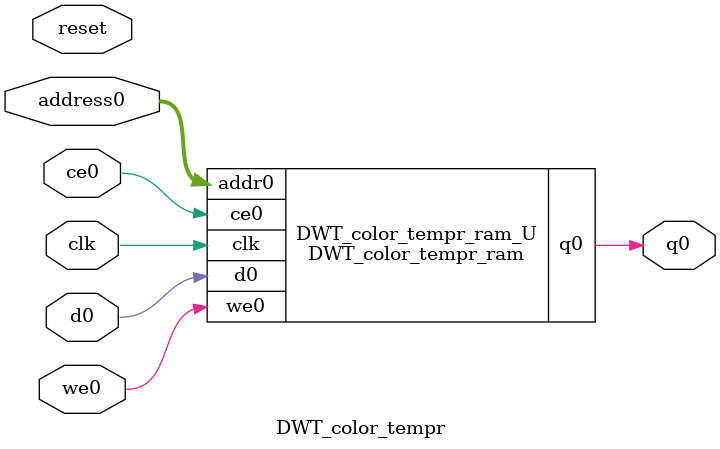
<source format=v>
`timescale 1 ns / 1 ps
module DWT_color_tempr_ram (addr0, ce0, d0, we0, q0,  clk);

parameter DWIDTH = 1;
parameter AWIDTH = 10;
parameter MEM_SIZE = 640;

input[AWIDTH-1:0] addr0;
input ce0;
input[DWIDTH-1:0] d0;
input we0;
output reg[DWIDTH-1:0] q0;
input clk;

(* ram_style = "distributed" *)reg [DWIDTH-1:0] ram[0:MEM_SIZE-1];




always @(posedge clk)  
begin 
    if (ce0) 
    begin
        if (we0) 
        begin 
            ram[addr0] <= d0; 
        end 
        q0 <= ram[addr0];
    end
end


endmodule

`timescale 1 ns / 1 ps
module DWT_color_tempr(
    reset,
    clk,
    address0,
    ce0,
    we0,
    d0,
    q0);

parameter DataWidth = 32'd1;
parameter AddressRange = 32'd640;
parameter AddressWidth = 32'd10;
input reset;
input clk;
input[AddressWidth - 1:0] address0;
input ce0;
input we0;
input[DataWidth - 1:0] d0;
output[DataWidth - 1:0] q0;



DWT_color_tempr_ram DWT_color_tempr_ram_U(
    .clk( clk ),
    .addr0( address0 ),
    .ce0( ce0 ),
    .we0( we0 ),
    .d0( d0 ),
    .q0( q0 ));

endmodule


</source>
